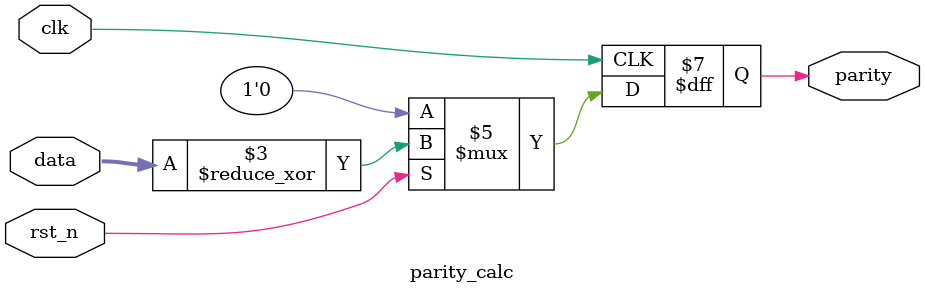
<source format=sv>
module pipelined_parity_gen(
  input clk, rst_n,
  input [31:0] data_in,
  output reg parity_out
);

  // 子模块接口信号
  wire parity_lo, parity_hi;
  
  // 实例化低16位奇偶校验子模块
  parity_calc #(
    .WIDTH(16)
  ) parity_lo_inst (
    .clk(clk),
    .rst_n(rst_n),
    .data(data_in[15:0]),
    .parity(parity_lo)
  );
  
  // 实例化高16位奇偶校验子模块
  parity_calc #(
    .WIDTH(16)
  ) parity_hi_inst (
    .clk(clk),
    .rst_n(rst_n),
    .data(data_in[31:16]),
    .parity(parity_hi)
  );
  
  // 顶层模块中的最终奇偶校验计算
  always @(posedge clk) begin
    if (!rst_n) begin
      parity_out <= 1'b0;
    end else begin
      parity_out <= parity_lo ^ parity_hi;
    end
  end
endmodule

// 参数化奇偶校验计算子模块
module parity_calc #(
  parameter WIDTH = 16
)(
  input clk, rst_n,
  input [WIDTH-1:0] data,
  output reg parity
);

  always @(posedge clk) begin
    if (!rst_n) begin
      parity <= 1'b0;
    end else begin
      parity <= ^data;
    end
  end
endmodule
</source>
